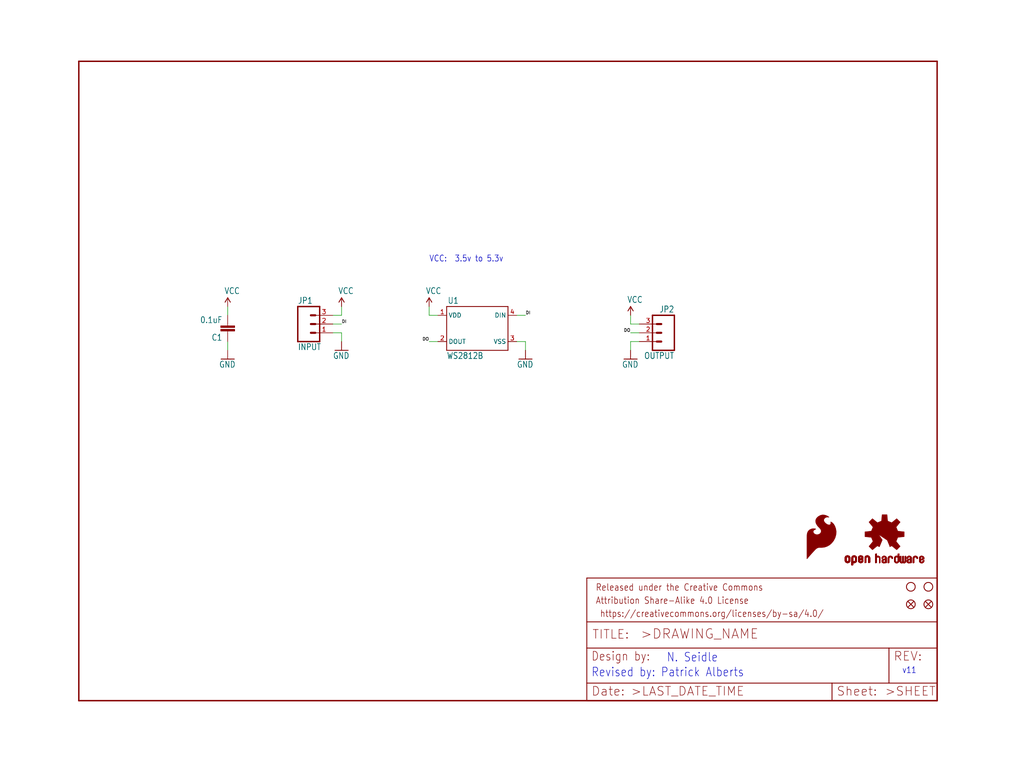
<source format=kicad_sch>
(kicad_sch (version 20211123) (generator eeschema)
  (paper "User" 297.002 223.926)
  (lib_symbols
    (symbol "eagleSchem-eagle-import:0.1UF-25V(+80{slash}-20%)(0603)"
      (property "Reference" "C" (at 1.524 2.921 0))
      (property "Value" "0.1UF-25V(+80{slash}-20%)(0603)" (at 1.524 -2.159 0))
      (symbol "0.1UF-25V(+80{slash}-20%)(0603)_1_0"
        (pin passive line (at 0 5.08 270) (length 2.54) (name "1") (number "1"))
        (pin passive line (at 0 -2.54 90) (length 2.54) (name "2") (number "2"))
      )
    )
    (symbol "eagleSchem-eagle-import:FIDUCIAL1X2")
    (symbol "eagleSchem-eagle-import:FRAME-LETTER"
      (symbol "FRAME-LETTER_2_0"
        (text " https://creativecommons.org/licenses/by-sa/4.0/" (at 2.54 24.13 0) (effects (font (size 1.9304 1.6408)) (justify left bottom)))
        (text ">DRAWING_NAME" (at 15.494 17.78 0) (effects (font (size 2.7432 2.7432)) (justify left bottom)))
        (text ">LAST_DATE_TIME" (at 12.7 1.27 0) (effects (font (size 2.54 2.54)) (justify left bottom)))
        (text ">SHEET" (at 86.36 1.27 0) (effects (font (size 2.54 2.54)) (justify left bottom)))
        (text "Attribution Share-Alike 4.0 License" (at 2.54 27.94 0) (effects (font (size 1.9304 1.6408)) (justify left bottom)))
        (text "Date:" (at 1.27 1.27 0) (effects (font (size 2.54 2.54)) (justify left bottom)))
        (text "Design by:" (at 1.27 11.43 0) (effects (font (size 2.54 2.159)) (justify left bottom)))
        (text "Released under the Creative Commons" (at 2.54 31.75 0) (effects (font (size 1.9304 1.6408)) (justify left bottom)))
        (text "REV:" (at 88.9 11.43 0) (effects (font (size 2.54 2.54)) (justify left bottom)))
        (text "Sheet:" (at 72.39 1.27 0) (effects (font (size 2.54 2.54)) (justify left bottom)))
        (text "TITLE:" (at 1.524 17.78 0) (effects (font (size 2.54 2.54)) (justify left bottom)))
      )
    )
    (symbol "eagleSchem-eagle-import:GND" (power)
      (property "Value" "GND" (at -2.54 -2.54 0))
      (symbol "GND_1_0"
        (pin power_in line (at 0 2.54 270) (length 2.54) (name "GND") (number "1"))
      )
    )
    (symbol "eagleSchem-eagle-import:M03PTH"
      (property "Reference" "JP" (at -2.54 5.842 0))
      (property "Value" "M03PTH" (at -2.54 -7.62 0))
      (symbol "M03PTH_1_0"
        (pin passive line (at 7.62 -2.54 180) (length 5.08) (name "1") (number "1"))
        (pin passive line (at 7.62 0 180) (length 5.08) (name "2") (number "2"))
        (pin passive line (at 7.62 2.54 180) (length 5.08) (name "3") (number "3"))
      )
    )
    (symbol "eagleSchem-eagle-import:OSHW-LOGOS")
    (symbol "eagleSchem-eagle-import:SFE_LOGO_FLAME.1_INCH")
    (symbol "eagleSchem-eagle-import:STAND-OFF")
    (symbol "eagleSchem-eagle-import:VCC" (power)
      (property "Value" "VCC" (at -1.016 3.556 0))
      (symbol "VCC_1_0"
        (pin power_in line (at 0 0 90) (length 2.54) (name "VCC") (number "1"))
      )
    )
    (symbol "eagleSchem-eagle-import:WS2812B"
      (property "Reference" "D" (at -2.286 8.382 0))
      (property "Value" "WS2812B" (at -2.54 -7.62 0))
      (symbol "WS2812B_1_0"
        (pin power_in line (at -5.08 5.08 0) (length 2.54) (name "VDD") (number "1"))
        (pin output line (at -5.08 -2.54 0) (length 2.54) (name "DOUT") (number "2"))
        (pin power_in line (at 17.78 -2.54 180) (length 2.54) (name "VSS") (number "3"))
        (pin input line (at 17.78 5.08 180) (length 2.54) (name "DIN") (number "4"))
      )
    )
  )
  (wire (pts (xy 182.88 93.98) (xy 182.88 91.44)))
  (wire (pts (xy 127 91.44) (xy 124.46 91.44)))
  (wire (pts (xy 66.04 99.06) (xy 66.04 101.6)))
  (wire (pts (xy 185.42 93.98) (xy 182.88 93.98)))
  (wire (pts (xy 96.52 91.44) (xy 99.06 91.44)))
  (wire (pts (xy 96.52 96.52) (xy 99.06 96.52)))
  (wire (pts (xy 99.06 91.44) (xy 99.06 88.9)))
  (wire (pts (xy 127 99.06) (xy 124.46 99.06)))
  (wire (pts (xy 149.86 91.44) (xy 152.4 91.44)))
  (wire (pts (xy 149.86 99.06) (xy 152.4 99.06)))
  (wire (pts (xy 124.46 91.44) (xy 124.46 88.9)))
  (wire (pts (xy 96.52 93.98) (xy 99.06 93.98)))
  (wire (pts (xy 185.42 96.52) (xy 182.88 96.52)))
  (wire (pts (xy 152.4 99.06) (xy 152.4 101.6)))
  (wire (pts (xy 99.06 96.52) (xy 99.06 99.06)))
  (wire (pts (xy 182.88 99.06) (xy 182.88 101.6)))
  (wire (pts (xy 66.04 88.9) (xy 66.04 91.44)))
  (wire (pts (xy 185.42 99.06) (xy 182.88 99.06)))
  (text "v11" (at 261.62 195.58 180) (effects (font (size 1.778 1.5113)) (justify left bottom)))
  (text "VCC:  3.5v to 5.3v" (at 124.46 76.2 180) (effects (font (size 1.778 1.5113)) (justify left bottom)))
  (text "Revised by: Patrick Alberts" (at 171.45 196.596 180) (effects (font (size 2.54 2.159)) (justify left bottom)))
  (text "N. Seidle" (at 193.294 192.278 180) (effects (font (size 2.54 2.159)) (justify left bottom)))
  (label "DO" (at 124.46 99.06 180) (effects (font (size 0.889 0.889))))
  (label "DI" (at 99.06 93.98 0) (effects (font (size 0.889 0.889))))
  (label "DI" (at 152.4 91.44 0) (effects (font (size 0.889 0.889))))
  (label "DO" (at 182.88 96.52 180) (effects (font (size 0.889 0.889))))
  (symbol (lib_id "eagleSchem-eagle-import:FIDUCIAL1X2") (at 269.24 175.26 0) (unit 1)
    (property "Reference" "FID1" (effects hide))
    (property "Value" "FIDUCIAL1X2" (effects hide))
    (property "Footprint" "eagleSchem:FIDUCIAL-1X2" (effects hide))
  )
  (symbol (lib_id "eagleSchem-eagle-import:GND") (at 99.06 101.6 0) (unit 1)
    (property "Reference" "#GND3" (effects hide))
    (property "Value" "GND" (at 96.52 104.14 0) (effects (font (size 1.778 1.5113)) (justify left bottom)))
    (property "Footprint" "eagleSchem:" (effects hide))
  )
  (symbol (lib_id "eagleSchem-eagle-import:GND") (at 152.4 104.14 0) (unit 1)
    (property "Reference" "#GND5" (effects hide))
    (property "Value" "GND" (at 149.86 106.68 0) (effects (font (size 1.778 1.5113)) (justify left bottom)))
    (property "Footprint" "eagleSchem:" (effects hide))
  )
  (symbol (lib_id "eagleSchem-eagle-import:GND") (at 66.04 104.14 0) (unit 1)
    (property "Reference" "#GND1" (effects hide))
    (property "Value" "GND" (at 63.5 106.68 0) (effects (font (size 1.778 1.5113)) (justify left bottom)))
    (property "Footprint" "eagleSchem:" (effects hide))
  )
  (symbol (lib_id "eagleSchem-eagle-import:FRAME-LETTER") (at 170.18 203.2 0) (unit 2)
    (property "Reference" "FRAME1" (effects hide))
    (property "Value" "FRAME-LETTER" (effects hide))
    (property "Footprint" "eagleSchem:CREATIVE_COMMONS" (effects hide))
  )
  (symbol (lib_id "eagleSchem-eagle-import:STAND-OFF") (at 264.16 170.18 0) (unit 1)
    (property "Reference" "JP4" (effects hide))
    (property "Value" "STAND-OFF" (effects hide))
    (property "Footprint" "eagleSchem:STAND-OFF" (effects hide))
  )
  (symbol (lib_id "eagleSchem-eagle-import:OSHW-LOGOS") (at 256.54 154.94 0) (unit 1)
    (property "Reference" "LOGO1" (effects hide))
    (property "Value" "OSHW-LOGOS" (effects hide))
    (property "Footprint" "eagleSchem:OSHW-LOGO-S" (effects hide))
  )
  (symbol (lib_id "eagleSchem-eagle-import:M03PTH") (at 88.9 93.98 0) (unit 1)
    (property "Reference" "JP1" (at 86.36 88.138 0) (effects (font (size 1.778 1.5113)) (justify left bottom)))
    (property "Value" "INPUT" (at 86.36 101.6 0) (effects (font (size 1.778 1.5113)) (justify left bottom)))
    (property "Footprint" "eagleSchem:1X03" (effects hide))
  )
  (symbol (lib_id "eagleSchem-eagle-import:STAND-OFF") (at 269.24 170.18 0) (unit 1)
    (property "Reference" "JP15" (effects hide))
    (property "Value" "STAND-OFF" (effects hide))
    (property "Footprint" "eagleSchem:STAND-OFF" (effects hide))
  )
  (symbol (lib_id "eagleSchem-eagle-import:VCC") (at 182.88 91.44 0) (unit 1)
    (property "Reference" "#P+5" (effects hide))
    (property "Value" "VCC" (at 181.864 87.884 0) (effects (font (size 1.778 1.5113)) (justify left bottom)))
    (property "Footprint" "eagleSchem:" (effects hide))
  )
  (symbol (lib_id "eagleSchem-eagle-import:0.1UF-25V(+80{slash}-20%)(0603)") (at 66.04 93.98 180) (unit 1)
    (property "Reference" "C1" (at 64.516 96.901 0) (effects (font (size 1.778 1.5113)) (justify left bottom)))
    (property "Value" "0.1uF" (at 64.516 91.821 0) (effects (font (size 1.778 1.5113)) (justify left bottom)))
    (property "Footprint" "eagleSchem:0603-CAP" (effects hide))
  )
  (symbol (lib_id "eagleSchem-eagle-import:M03PTH") (at 193.04 96.52 0) (mirror y) (unit 1)
    (property "Reference" "JP2" (at 195.58 90.678 0) (effects (font (size 1.778 1.5113)) (justify left bottom)))
    (property "Value" "OUTPUT" (at 195.58 104.14 0) (effects (font (size 1.778 1.5113)) (justify left bottom)))
    (property "Footprint" "eagleSchem:1X03" (effects hide))
  )
  (symbol (lib_id "eagleSchem-eagle-import:FIDUCIAL1X2") (at 264.16 175.26 0) (unit 1)
    (property "Reference" "FID2" (effects hide))
    (property "Value" "FIDUCIAL1X2" (effects hide))
    (property "Footprint" "eagleSchem:FIDUCIAL-1X2" (effects hide))
  )
  (symbol (lib_id "eagleSchem-eagle-import:WS2812B") (at 132.08 96.52 0) (unit 1)
    (property "Reference" "U1" (at 129.794 88.138 0) (effects (font (size 1.778 1.5113)) (justify left bottom)))
    (property "Value" "WS2812B" (at 129.54 104.14 0) (effects (font (size 1.778 1.5113)) (justify left bottom)))
    (property "Footprint" "eagleSchem:WS2812B" (effects hide))
  )
  (symbol (lib_id "eagleSchem-eagle-import:GND") (at 182.88 104.14 0) (unit 1)
    (property "Reference" "#GND4" (effects hide))
    (property "Value" "GND" (at 180.34 106.68 0) (effects (font (size 1.778 1.5113)) (justify left bottom)))
    (property "Footprint" "eagleSchem:" (effects hide))
  )
  (symbol (lib_id "eagleSchem-eagle-import:FRAME-LETTER") (at 22.86 203.2 0) (unit 1)
    (property "Reference" "FRAME1" (effects hide))
    (property "Value" "FRAME-LETTER" (effects hide))
    (property "Footprint" "eagleSchem:CREATIVE_COMMONS" (effects hide))
  )
  (symbol (lib_id "eagleSchem-eagle-import:VCC") (at 99.06 88.9 0) (unit 1)
    (property "Reference" "#P+4" (effects hide))
    (property "Value" "VCC" (at 98.044 85.344 0) (effects (font (size 1.778 1.5113)) (justify left bottom)))
    (property "Footprint" "eagleSchem:" (effects hide))
  )
  (symbol (lib_id "eagleSchem-eagle-import:VCC") (at 66.04 88.9 0) (unit 1)
    (property "Reference" "#P+1" (effects hide))
    (property "Value" "VCC" (at 65.024 85.344 0) (effects (font (size 1.778 1.5113)) (justify left bottom)))
    (property "Footprint" "eagleSchem:" (effects hide))
  )
  (symbol (lib_id "eagleSchem-eagle-import:VCC") (at 124.46 88.9 0) (unit 1)
    (property "Reference" "#P+2" (effects hide))
    (property "Value" "VCC" (at 123.444 85.344 0) (effects (font (size 1.778 1.5113)) (justify left bottom)))
    (property "Footprint" "eagleSchem:" (effects hide))
  )
  (symbol (lib_id "eagleSchem-eagle-import:SFE_LOGO_FLAME.1_INCH") (at 233.68 162.56 0) (unit 1)
    (property "Reference" "LOGO2" (effects hide))
    (property "Value" "SFE_LOGO_FLAME.1_INCH" (effects hide))
    (property "Footprint" "eagleSchem:SFE_LOGO_FLAME_.1" (effects hide))
  )
)
</source>
